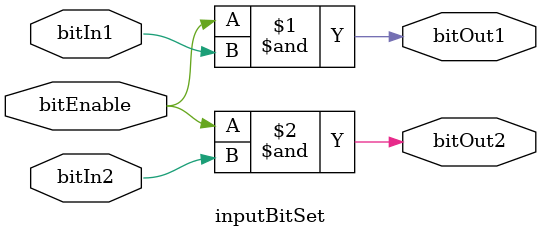
<source format=v>
module inputBitSet(bitEnable, bitIn1, bitIn2, bitOut1, bitOut2);
//inputs
input bitEnable;
input bitIn1;
input bitIn2;
//outputs
output bitOut1;
output bitOut2;

//logica combinacional del modulo
and(bitOut1, bitEnable, bitIn1);
and(bitOut2, bitEnable, bitIn2);


endmodule
</source>
